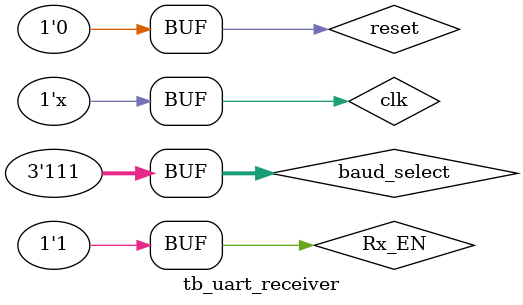
<source format=v>
module tb_uart_receiver;
    reg reset, clk;
    reg [2:0] baud_select;
    reg Rx_EN;
    reg RxD;

    wire [7:0] Rx_DATA;
    wire Rx_FERROR; 
    wire Rx_PERROR;
    wire Rx_VALID;

    uart_receiver uart_receiver_inst(.clk(clk),
                                     .reset(reset),
                                     .Rx_DATA(Rx_DATA),
                                     .baud_select(baud_select),
                                     .Rx_EN(Rx_EN),
                                     .RxD(RxD),
                                     .Rx_FERROR(Rx_FERROR),
                                     .Rx_PERROR(Rx_PERROR),
                                     .Rx_VALID(Rx_VALID)
                                     );

    initial begin
        clk = 0;
        reset = 1;
        baud_select = 3'b111;
        
        #1000 reset = 0;
        Rx_EN = 0;
        // SWITCH TRANSMITTER ON
        #10000 Rx_EN = 1;
        #10 Rx_EN = 0;
        #10 Rx_EN = 1;

        //...
    end

    always #5 clk = ~clk;

endmodule
</source>
